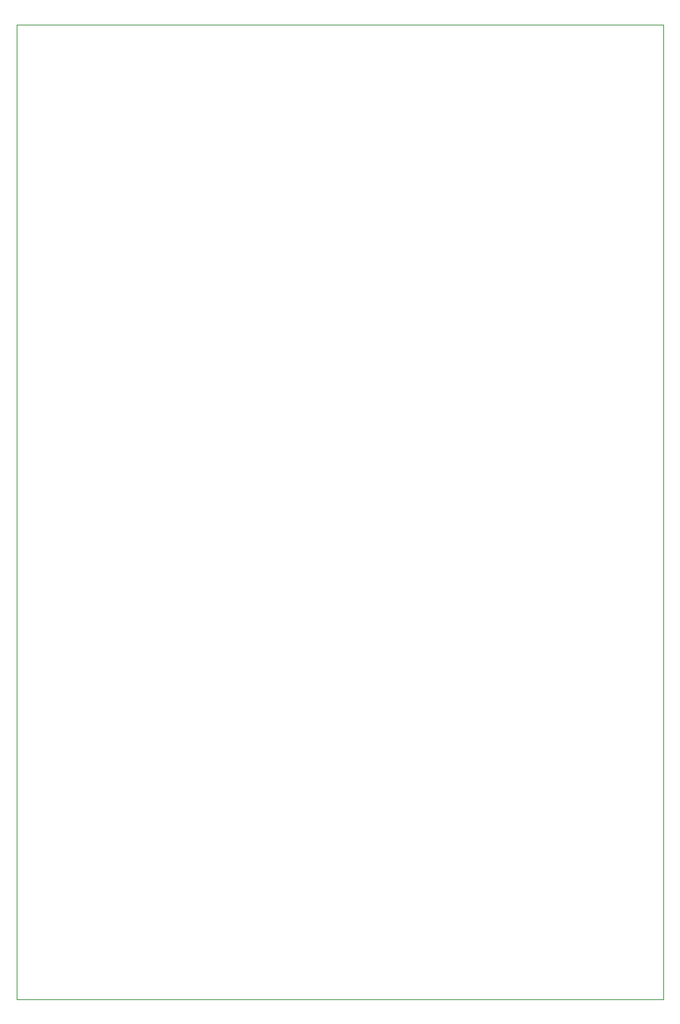
<source format=gbr>
G04 (created by PCBNEW (2013-02-13 BZR 3947)-testing) date 9/17/2013 2:51:28 PM*
%MOIN*%
G04 Gerber Fmt 3.4, Leading zero omitted, Abs format*
%FSLAX34Y34*%
G01*
G70*
G90*
G04 APERTURE LIST*
%ADD10C,0*%
%ADD11C,0.00390157*%
G04 APERTURE END LIST*
G54D10*
G54D11*
X1Y28D02*
X1Y-44721D01*
X29701Y28D02*
X1Y28D01*
X29701Y-44721D02*
X29701Y28D01*
X1Y-44721D02*
X29701Y-44721D01*
M02*

</source>
